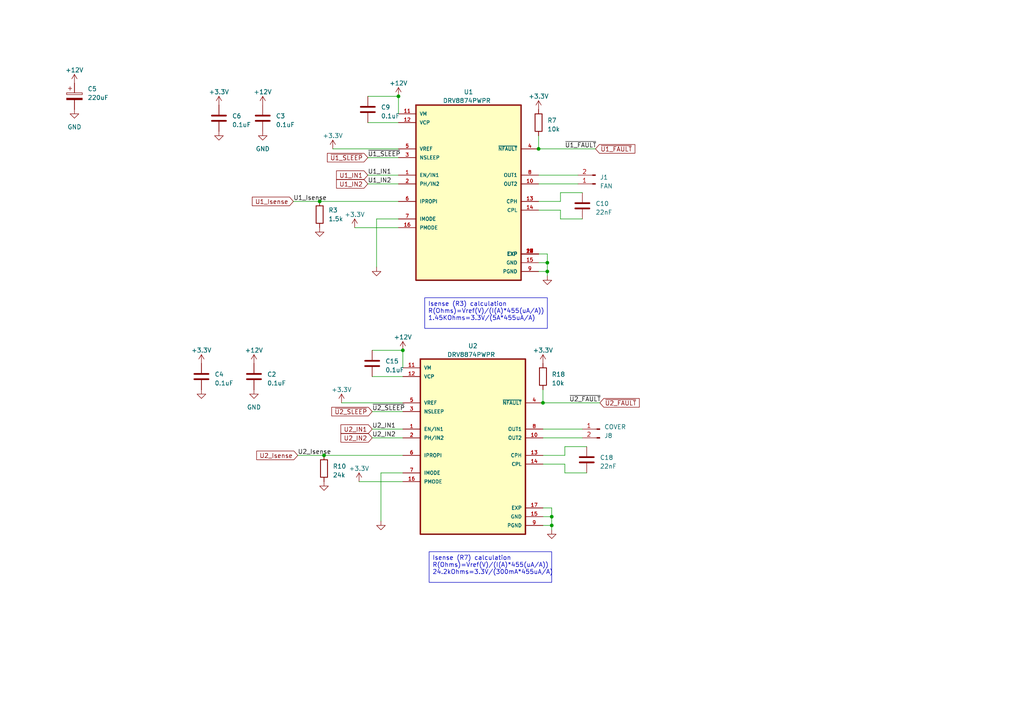
<source format=kicad_sch>
(kicad_sch (version 20230121) (generator eeschema)
  (paper "A4")
  (lib_symbols
    (symbol "Connector:Conn_01x02_Pin" (pin_names (offset 1.016) hide)
      (property "Reference" "J" (at 0 2.54 0))
      (property "Value" "Conn_01x02_Pin" (at 0 -5.08 0))
      (symbol "Conn_01x02_Pin_1_1"
        (polyline (pts (xy 1.27 -2.54) (xy 0.8636 -2.54)) (stroke (width 0.1524)))
        (polyline (pts (xy 1.27 0) (xy 0.8636 0)) (stroke (width 0.1524)))
        (rectangle (start 0.8636 -2.413) (end 0 -2.667) (stroke (width 0.1524)) (fill (type outline)))
        (rectangle (start 0.8636 0.127) (end 0 -0.127) (stroke (width 0.1524)) (fill (type outline)))
        (pin passive line (at 5.08 0 180) (length 3.81) (name "Pin_1") (number "1"))
        (pin passive line (at 5.08 -2.54 180) (length 3.81) (name "Pin_2") (number "2"))
      )
    )
    (symbol "DRV8876:DRV8876PWPT" (pin_names (offset 1.016))
      (property "Reference" "U" (at -15.24 26.4 0))
      (property "Value" "DRV8876PWPT" (at -15.24 -29.4 0))
      (symbol "DRV8876PWPT_0_0"
        (rectangle (start -15.24 -25.4) (end 15.24 25.4) (stroke (width 0.41)) (fill (type background)))
        (pin input line (at -20.32 5.08 0) (length 5.08) (name "EN/IN1") (number "1"))
        (pin output line (at 20.32 2.54 180) (length 5.08) (name "OUT2") (number "10"))
        (pin power_in line (at -20.32 22.86 0) (length 5.08) (name "VM") (number "11"))
        (pin power_in line (at -20.32 20.32 0) (length 5.08) (name "VCP") (number "12"))
        (pin bidirectional line (at 20.32 -2.54 180) (length 5.08) (name "CPH") (number "13"))
        (pin bidirectional line (at 20.32 -5.08 180) (length 5.08) (name "CPL") (number "14"))
        (pin power_in line (at 20.32 -20.32 180) (length 5.08) (name "GND") (number "15"))
        (pin input line (at -20.32 -10.16 0) (length 5.08) (name "PMODE") (number "16"))
        (pin passive line (at 20.32 -17.78 180) (length 5.08) (name "EXP") (number "17"))
        (pin input line (at -20.32 2.54 0) (length 5.08) (name "PH/IN2") (number "2"))
        (pin input line (at -20.32 10.16 0) (length 5.08) (name "NSLEEP") (number "3"))
        (pin output line (at 20.32 12.7 180) (length 5.08) (name "~{NFAULT}") (number "4"))
        (pin input line (at -20.32 12.7 0) (length 5.08) (name "VREF") (number "5"))
        (pin output line (at -20.32 -2.54 0) (length 5.08) (name "IPROPI") (number "6"))
        (pin input line (at -20.32 -7.62 0) (length 5.08) (name "IMODE") (number "7"))
        (pin output line (at 20.32 5.08 180) (length 5.08) (name "OUT1") (number "8"))
        (pin power_in line (at 20.32 -22.86 180) (length 5.08) (name "PGND") (number "9"))
      )
    )
    (symbol "DRV8876PWPT_1" (pin_names (offset 1.016))
      (property "Reference" "U1" (at 0 29.21 0))
      (property "Value" "DRV8874PWPR " (at 0 26.67 0))
      (symbol "DRV8876PWPT_1_0_0"
        (rectangle (start -15.24 -25.4) (end 15.24 25.4) (stroke (width 0.41)) (fill (type background)))
        (pin input line (at -20.32 5.08 0) (length 5.08) (name "EN/IN1") (number "1"))
        (pin output line (at 20.32 2.54 180) (length 5.08) (name "OUT2") (number "10"))
        (pin power_in line (at -20.32 22.86 0) (length 5.08) (name "VM") (number "11"))
        (pin power_in line (at -20.32 20.32 0) (length 5.08) (name "VCP") (number "12"))
        (pin bidirectional line (at 20.32 -2.54 180) (length 5.08) (name "CPH") (number "13"))
        (pin bidirectional line (at 20.32 -5.08 180) (length 5.08) (name "CPL") (number "14"))
        (pin power_in line (at 20.32 -20.32 180) (length 5.08) (name "GND") (number "15"))
        (pin input line (at -20.32 -10.16 0) (length 5.08) (name "PMODE") (number "16"))
        (pin passive line (at 20.32 -17.78 180) (length 5.08) (name "EXP") (number "17"))
        (pin input line (at -20.32 2.54 0) (length 5.08) (name "PH/IN2") (number "2"))
        (pin input line (at -20.32 10.16 0) (length 5.08) (name "NSLEEP") (number "3"))
        (pin output line (at 20.32 12.7 180) (length 5.08) (name "~{NFAULT}") (number "4"))
        (pin input line (at -20.32 12.7 0) (length 5.08) (name "VREF") (number "5"))
        (pin output line (at -20.32 -2.54 0) (length 5.08) (name "IPROPI") (number "6"))
        (pin input line (at -20.32 -7.62 0) (length 5.08) (name "IMODE") (number "7"))
        (pin output line (at 20.32 5.08 180) (length 5.08) (name "OUT1") (number "8"))
        (pin power_in line (at 20.32 -22.86 180) (length 5.08) (name "PGND") (number "9"))
      )
      (symbol "DRV8876PWPT_1_1_0"
        (pin passive line (at 20.32 -17.78 180) (length 5.08) (name "EXP") (number "18"))
        (pin passive line (at 20.32 -17.78 180) (length 5.08) (name "EXP") (number "19"))
        (pin passive line (at 20.32 -17.78 180) (length 5.08) (name "EXP") (number "20"))
        (pin passive line (at 20.32 -17.78 180) (length 5.08) (name "EXP") (number "21"))
        (pin passive line (at 20.32 -17.78 180) (length 5.08) (name "EXP") (number "22"))
        (pin passive line (at 20.32 -17.78 180) (length 5.08) (name "EXP") (number "23"))
        (pin passive line (at 20.32 -17.78 180) (length 5.08) (name "EXP") (number "24"))
        (pin passive line (at 20.32 -17.78 180) (length 5.08) (name "EXP") (number "25"))
        (pin passive line (at 20.32 -17.78 180) (length 5.08) (name "EXP") (number "26"))
        (pin passive line (at 20.32 -17.78 180) (length 5.08) (name "EXP") (number "27"))
        (pin passive line (at 20.32 -17.78 180) (length 5.08) (name "EXP") (number "28"))
        (pin passive line (at 20.32 -17.78 180) (length 5.08) (name "EXP") (number "29"))
      )
    )
    (symbol "Device:C" (pin_numbers hide) (pin_names (offset 0.254))
      (property "Reference" "C" (at 0.635 2.54 0))
      (property "Value" "C" (at 0.635 -2.54 0))
      (symbol "C_0_1"
        (polyline (pts (xy -2.032 -0.762) (xy 2.032 -0.762)) (stroke (width 0.508)))
        (polyline (pts (xy -2.032 0.762) (xy 2.032 0.762)) (stroke (width 0.508)))
      )
      (symbol "C_1_1"
        (pin passive line (at 0 3.81 270) (length 2.794) (name "~") (number "1"))
        (pin passive line (at 0 -3.81 90) (length 2.794) (name "~") (number "2"))
      )
    )
    (symbol "Device:C_Polarized" (pin_numbers hide) (pin_names (offset 0.254))
      (property "Reference" "C" (at 0.635 2.54 0))
      (property "Value" "C_Polarized" (at 0.635 -2.54 0))
      (symbol "C_Polarized_0_1"
        (rectangle (start -2.286 0.508) (end 2.286 1.016))
        (polyline (pts (xy -1.778 2.286) (xy -0.762 2.286)))
        (polyline (pts (xy -1.27 2.794) (xy -1.27 1.778)))
        (rectangle (start 2.286 -0.508) (end -2.286 -1.016) (fill (type outline)))
      )
      (symbol "C_Polarized_1_1"
        (pin passive line (at 0 3.81 270) (length 2.794) (name "~") (number "1"))
        (pin passive line (at 0 -3.81 90) (length 2.794) (name "~") (number "2"))
      )
    )
    (symbol "Device:R" (pin_numbers hide) (pin_names (offset 0))
      (property "Reference" "R" (at 2.032 0 90))
      (property "Value" "R" (at 0 0 90))
      (symbol "R_0_1"
        (rectangle (start -1.016 -2.54) (end 1.016 2.54) (stroke (width 0.254)))
      )
      (symbol "R_1_1"
        (pin passive line (at 0 3.81 270) (length 1.27) (name "~") (number "1"))
        (pin passive line (at 0 -3.81 90) (length 1.27) (name "~") (number "2"))
      )
    )
    (symbol "power:+12V" (power) (pin_names (offset 0))
      (property "Value" "+12V" (at 0 3.556 0))
      (symbol "+12V_0_1"
        (polyline (pts (xy -0.762 1.27) (xy 0 2.54)))
        (polyline (pts (xy 0 0) (xy 0 2.54)))
        (polyline (pts (xy 0 2.54) (xy 0.762 1.27)))
      )
      (symbol "+12V_1_1"
        (pin power_in line (at 0 0 90) (length 0) hide (name "+12V") (number "1"))
      )
    )
    (symbol "power:+3.3V" (power) (pin_names (offset 0))
      (property "Value" "+3.3V" (at 0 3.556 0))
      (symbol "+3.3V_0_1"
        (polyline (pts (xy -0.762 1.27) (xy 0 2.54)))
        (polyline (pts (xy 0 0) (xy 0 2.54)))
        (polyline (pts (xy 0 2.54) (xy 0.762 1.27)))
      )
      (symbol "+3.3V_1_1"
        (pin power_in line (at 0 0 90) (length 0) hide (name "+3.3V") (number "1"))
      )
    )
    (symbol "power:GND" (power) (pin_names (offset 0))
      (property "Value" "GND" (at 0 -3.81 0))
      (symbol "GND_0_1"
        (polyline (pts (xy 0 0) (xy 0 -1.27) (xy 1.27 -1.27) (xy 0 -2.54) (xy -1.27 -1.27) (xy 0 -1.27)))
      )
      (symbol "GND_1_1"
        (pin power_in line (at 0 0 270) (length 0) hide (name "GND") (number "1"))
      )
    )
  )
  (junction (at 158.75 78.74))
  (junction (at 157.48 116.84))
  (junction (at 156.21 43.18))
  (junction (at 93.98 132.08))
  (junction (at 160.02 149.86))
  (junction (at 92.71 58.42))
  (junction (at 116.84 101.6))
  (junction (at 160.02 152.4))
  (junction (at 115.57 27.94))
  (junction (at 158.75 76.2))
  (wire (pts (xy 157.48 134.62) (xy 163.83 134.62)))
  (wire (pts (xy 156.21 53.34) (xy 167.64 53.34)))
  (wire (pts (xy 102.87 66.04) (xy 115.57 66.04)))
  (wire (pts (xy 106.68 27.94) (xy 115.57 27.94)))
  (wire (pts (xy 86.36 132.08) (xy 93.98 132.08)))
  (wire (pts (xy 163.83 129.54) (xy 170.18 129.54)))
  (wire (pts (xy 85.09 58.42) (xy 92.71 58.42)))
  (wire (pts (xy 107.95 101.6) (xy 116.84 101.6)))
  (wire (pts (xy 160.02 149.86) (xy 160.02 152.4)))
  (wire (pts (xy 157.48 113.03) (xy 157.48 116.84)))
  (wire (pts (xy 156.21 50.8) (xy 167.64 50.8)))
  (wire (pts (xy 163.83 137.16) (xy 170.18 137.16)))
  (wire (pts (xy 157.48 127) (xy 168.91 127)))
  (wire (pts (xy 116.84 137.16) (xy 110.49 137.16)))
  (wire (pts (xy 158.75 78.74) (xy 158.75 80.01)))
  (wire (pts (xy 116.84 101.6) (xy 116.84 106.68)))
  (wire (pts (xy 158.75 76.2) (xy 158.75 78.74)))
  (wire (pts (xy 107.95 109.22) (xy 116.84 109.22)))
  (wire (pts (xy 92.71 58.42) (xy 115.57 58.42)))
  (wire (pts (xy 162.56 58.42) (xy 162.56 55.88)))
  (wire (pts (xy 157.48 124.46) (xy 168.91 124.46)))
  (wire (pts (xy 162.56 55.88) (xy 168.91 55.88)))
  (wire (pts (xy 158.75 73.66) (xy 158.75 76.2)))
  (wire (pts (xy 104.14 139.7) (xy 116.84 139.7)))
  (wire (pts (xy 163.83 132.08) (xy 163.83 129.54)))
  (wire (pts (xy 157.48 116.84) (xy 173.99 116.84)))
  (wire (pts (xy 96.52 43.18) (xy 115.57 43.18)))
  (wire (pts (xy 156.21 73.66) (xy 158.75 73.66)))
  (wire (pts (xy 93.98 132.08) (xy 116.84 132.08)))
  (wire (pts (xy 107.95 127) (xy 116.84 127)))
  (wire (pts (xy 106.68 45.72) (xy 115.57 45.72)))
  (wire (pts (xy 115.57 63.5) (xy 109.22 63.5)))
  (wire (pts (xy 156.21 76.2) (xy 158.75 76.2)))
  (wire (pts (xy 157.48 149.86) (xy 160.02 149.86)))
  (wire (pts (xy 160.02 147.32) (xy 160.02 149.86)))
  (wire (pts (xy 156.21 39.37) (xy 156.21 43.18)))
  (wire (pts (xy 110.49 137.16) (xy 110.49 151.13)))
  (wire (pts (xy 109.22 63.5) (xy 109.22 77.47)))
  (wire (pts (xy 157.48 147.32) (xy 160.02 147.32)))
  (wire (pts (xy 107.95 124.46) (xy 116.84 124.46)))
  (wire (pts (xy 162.56 63.5) (xy 168.91 63.5)))
  (wire (pts (xy 115.57 27.94) (xy 115.57 33.02)))
  (wire (pts (xy 99.06 116.84) (xy 116.84 116.84)))
  (wire (pts (xy 106.68 50.8) (xy 115.57 50.8)))
  (wire (pts (xy 157.48 152.4) (xy 160.02 152.4)))
  (wire (pts (xy 162.56 60.96) (xy 162.56 63.5)))
  (wire (pts (xy 156.21 78.74) (xy 158.75 78.74)))
  (wire (pts (xy 107.95 119.38) (xy 116.84 119.38)))
  (wire (pts (xy 163.83 134.62) (xy 163.83 137.16)))
  (wire (pts (xy 157.48 132.08) (xy 163.83 132.08)))
  (wire (pts (xy 106.68 35.56) (xy 115.57 35.56)))
  (wire (pts (xy 156.21 58.42) (xy 162.56 58.42)))
  (wire (pts (xy 156.21 60.96) (xy 162.56 60.96)))
  (wire (pts (xy 160.02 152.4) (xy 160.02 153.67)))
  (wire (pts (xy 106.68 53.34) (xy 115.57 53.34)))
  (wire (pts (xy 156.21 43.18) (xy 172.72 43.18)))
  (text_box "Isense (R7) calculation\nR(Ohms)=Vref(V)/(I(A)*455(uA/A))\n24.2kOhms=3.3V/(300mA*455uA/A)" (at 124.46 160.02 0) (size 35.56 8.89) (effects (font (size 1.27 1.27)) (justify left top)))
  (text_box "Isense (R3) calculation\nR(Ohms)=Vref(V)/(I(A)*455(uA/A))\n1.45KOhms=3.3V/(5A*455uA/A)" (at 123.19 86.36 0) (size 35.56 8.89) (effects (font (size 1.27 1.27)) (justify left top)))
  (label "U1_Isense" (at 85.09 58.42 0))
  (label "U2_IN2" (at 107.95 127 0))
  (label "U2_IN1" (at 107.95 124.46 0))
  (label "U1_IN2" (at 106.68 53.34 0))
  (label "~{U1_SLEEP}" (at 106.68 45.72 0))
  (label "~{U1_FAULT}" (at 163.83 43.18 0))
  (label "~{U2_FAULT}" (at 165.1 116.84 0))
  (label "U2_Isense" (at 86.36 132.08 0))
  (label "U1_IN1" (at 106.68 50.8 0))
  (label "~{U2_SLEEP}" (at 107.95 119.38 0))
  (global_label "~{U1_SLEEP}" (shape input) (at 106.68 45.72 180) (property "Intersheetrefs" "${INTERSHEET_REFS}" (effects hide)))
  (global_label "U2_Isense" (shape input) (at 86.36 132.08 180) (property "Intersheetrefs" "${INTERSHEET_REFS}" (effects hide)))
  (global_label "~{U2_SLEEP}" (shape input) (at 107.95 119.38 180) (property "Intersheetrefs" "${INTERSHEET_REFS}" (effects hide)))
  (global_label "U1_Isense" (shape input) (at 85.09 58.42 180) (property "Intersheetrefs" "${INTERSHEET_REFS}" (effects hide)))
  (global_label "~{U2_FAULT}" (shape input) (at 173.99 116.84 0) (property "Intersheetrefs" "${INTERSHEET_REFS}" (effects hide)))
  (global_label "U2_IN2" (shape input) (at 107.95 127 180) (property "Intersheetrefs" "${INTERSHEET_REFS}" (effects hide)))
  (global_label "U1_IN2" (shape input) (at 106.68 53.34 180) (property "Intersheetrefs" "${INTERSHEET_REFS}" (effects hide)))
  (global_label "~{U1_FAULT}" (shape input) (at 172.72 43.18 0) (property "Intersheetrefs" "${INTERSHEET_REFS}" (effects hide)))
  (global_label "U2_IN1" (shape input) (at 107.95 124.46 180) (property "Intersheetrefs" "${INTERSHEET_REFS}" (effects hide)))
  (global_label "U1_IN1" (shape input) (at 106.68 50.8 180) (property "Intersheetrefs" "${INTERSHEET_REFS}" (effects hide)))
  (symbol (lib_name "DRV8876PWPT_1") (lib_id "DRV8876:DRV8876PWPT") (at 135.89 55.88 0) (unit 1)
    (property "Reference" "U1" (at 135.89 26.67 0))
    (property "Value" "DRV8874PWPR " (at 135.89 29.21 0))
    (property "Footprint" "DRV8876:IC_DRV8876PWPT" (effects hide))
    (property "PARTREV" "E" (effects hide))
    (property "MANUFACTURER" "Texas Instruments" (effects hide))
    (property "PACKAGE" "HTSSOP-16 Texas Instruments" (effects hide))
    (property "MAXIMUM_PACKAGE_HEIGHT" "1.2mm" (effects hide))
    (property "STANDARD" "Manufacturer Recommendations" (effects hide))
    (property "LCSC Part #" "C1855818" (effects hide))
  )
  (symbol (lib_id "power:GND") (at 92.71 66.04 0) (unit 1)
    (property "Reference" "#PWR04" (effects hide))
    (property "Value" "GND" (effects hide))
    (instances (project "RV_Fan" (path "" (reference "#PWR04") (unit 1)) (path "" (reference "#PWR02") (unit 1))))
  )
  (symbol (lib_id "Device:C") (at 107.95 105.41 0) (unit 1)
    (property "Reference" "C15" (at 111.76 104.775 0) (effects (justify left)))
    (property "Value" "0.1uF" (at 111.76 107.315 0) (effects (justify left)))
    (property "Footprint" "Capacitor_SMD:C_0603_1608Metric" (effects hide))
    (instances (project "RV_Fan" (path "" (reference "C15") (unit 1)) (path "" (reference "C8") (unit 1))))
  )
  (symbol (lib_id "Device:R") (at 157.48 109.22 0) (unit 1)
    (property "Reference" "R18" (at 160.02 108.585 0) (effects (justify left)))
    (property "Value" "10k" (at 160.02 111.125 0) (effects (justify left)))
    (property "Footprint" "Resistor_SMD:R_0603_1608Metric" (effects hide))
    (instances (project "RV_Fan" (path "" (reference "R18") (unit 1)) (path "" (reference "R10") (unit 1))))
  )
  (symbol (lib_id "power:+3.3V") (at 58.42 105.41 0) (unit 1)
    (property "Reference" "#PWR040" (effects hide))
    (property "Value" "+3.3V" (at 58.42 101.6 0))
  )
  (symbol (lib_id "Device:R") (at 92.71 62.23 0) (unit 1)
    (property "Reference" "R3" (at 95.25 60.96 0) (effects (justify left)))
    (property "Value" "1.5k" (at 95.25 63.5 0) (effects (justify left)))
    (property "Footprint" "Resistor_SMD:R_0603_1608Metric" (effects hide))
  )
  (symbol (lib_id "Device:C") (at 106.68 31.75 0) (unit 1)
    (property "Reference" "C9" (at 110.49 31.115 0) (effects (justify left)))
    (property "Value" "0.1uF" (at 110.49 33.655 0) (effects (justify left)))
    (property "Footprint" "Capacitor_SMD:C_0603_1608Metric" (effects hide))
    (instances (project "RV_Fan" (path "" (reference "C9") (unit 1)) (path "" (reference "C7") (unit 1))))
  )
  (symbol (lib_id "Device:R") (at 93.98 135.89 0) (unit 1)
    (property "Reference" "R10" (at 96.52 135.255 0) (effects (justify left)))
    (property "Value" "24k" (at 96.52 137.795 0) (effects (justify left)))
    (property "Footprint" "Resistor_SMD:R_0603_1608Metric" (effects hide))
    (instances (project "RV_Fan" (path "" (reference "R10") (unit 1)) (path "" (reference "R7") (unit 1))))
  )
  (symbol (lib_id "power:+12V") (at 116.84 101.6 0) (unit 1)
    (property "Reference" "#PWR048" (effects hide))
    (property "Value" "+12V" (at 116.84 97.79 0))
    (instances (project "RV_Fan" (path "" (reference "#PWR048") (unit 1)) (path "" (reference "#PWR028") (unit 1))))
  )
  (symbol (lib_id "power:GND") (at 73.66 113.03 0) (unit 1)
    (property "Reference" "#PWR017" (effects hide))
    (property "Value" "GND" (at 73.66 118.11 0))
  )
  (symbol (lib_id "power:+12V") (at 115.57 27.94 0) (unit 1)
    (property "Reference" "#PWR012" (effects hide))
    (property "Value" "+12V" (at 115.57 24.13 0))
    (instances (project "RV_Fan" (path "" (reference "#PWR012") (unit 1)) (path "" (reference "#PWR018") (unit 1))))
  )
  (symbol (lib_id "Device:C") (at 168.91 59.69 0) (unit 1)
    (property "Reference" "C10" (at 172.72 59.055 0) (effects (justify left)))
    (property "Value" "22nF" (at 172.72 61.595 0) (effects (justify left)))
    (property "Footprint" "Capacitor_SMD:C_0603_1608Metric" (effects hide))
    (property "LCSC Part #" "C21122" (effects hide))
    (instances (project "RV_Fan" (path "" (reference "C10") (unit 1)) (path "" (reference "C9") (unit 1))))
  )
  (symbol (lib_id "Device:C") (at 73.66 109.22 0) (unit 1)
    (property "Reference" "C2" (at 77.47 108.585 0) (effects (justify left)))
    (property "Value" "0.1uF" (at 77.47 111.125 0) (effects (justify left)))
    (property "Footprint" "Capacitor_SMD:C_0603_1608Metric" (effects hide))
  )
  (symbol (lib_id "power:+12V") (at 21.59 24.13 0) (unit 1)
    (property "Reference" "#PWR029" (effects hide))
    (property "Value" "+12V" (at 21.59 20.32 0))
  )
  (symbol (lib_id "power:GND") (at 21.59 31.75 0) (unit 1)
    (property "Reference" "#PWR032" (effects hide))
    (property "Value" "GND" (at 21.59 36.83 0))
  )
  (symbol (lib_id "power:+3.3V") (at 157.48 105.41 0) (unit 1)
    (property "Reference" "#PWR052" (effects hide))
    (property "Value" "+3.3V" (at 157.48 101.6 0))
    (instances (project "RV_Fan" (path "" (reference "#PWR052") (unit 1)) (path "" (reference "#PWR047") (unit 1))))
  )
  (symbol (lib_id "power:GND") (at 63.5 38.1 0) (unit 1)
    (property "Reference" "#PWR050" (effects hide))
    (property "Value" "GND" (effects hide))
  )
  (symbol (lib_id "Device:C") (at 170.18 133.35 0) (unit 1)
    (property "Reference" "C18" (at 173.99 132.715 0) (effects (justify left)))
    (property "Value" "22nF" (at 173.99 135.255 0) (effects (justify left)))
    (property "Footprint" "Capacitor_SMD:C_0603_1608Metric" (effects hide))
    (property "LCSC Part #" "C21122" (effects hide))
    (instances (project "RV_Fan" (path "" (reference "C18") (unit 1)) (path "" (reference "C10") (unit 1))))
  )
  (symbol (lib_id "power:+3.3V") (at 63.5 30.48 0) (unit 1)
    (property "Reference" "#PWR049" (effects hide))
    (property "Value" "+3.3V" (at 63.5 26.67 0))
  )
  (symbol (lib_id "power:GND") (at 160.02 153.67 0) (unit 1)
    (property "Reference" "#PWR053" (effects hide))
    (property "Value" "GND" (effects hide))
    (instances (project "RV_Fan" (path "" (reference "#PWR053") (unit 1)) (path "" (reference "#PWR051") (unit 1))))
  )
  (symbol (lib_id "Device:C") (at 58.42 109.22 0) (unit 1)
    (property "Reference" "C4" (at 62.23 108.585 0) (effects (justify left)))
    (property "Value" "0.1uF" (at 62.23 111.125 0) (effects (justify left)))
    (property "Footprint" "Capacitor_SMD:C_0603_1608Metric" (effects hide))
  )
  (symbol (lib_id "Device:C") (at 76.2 34.29 0) (unit 1)
    (property "Reference" "C3" (at 80.01 33.655 0) (effects (justify left)))
    (property "Value" "0.1uF" (at 80.01 36.195 0) (effects (justify left)))
    (property "Footprint" "Capacitor_SMD:C_0603_1608Metric" (effects hide))
  )
  (symbol (lib_id "Device:R") (at 156.21 35.56 0) (unit 1)
    (property "Reference" "R7" (at 158.75 34.925 0) (effects (justify left)))
    (property "Value" "10k" (at 158.75 37.465 0) (effects (justify left)))
    (property "Footprint" "Resistor_SMD:R_0603_1608Metric" (effects hide))
    (instances (project "RV_Fan" (path "" (reference "R7") (unit 1)) (path "" (reference "R9") (unit 1))))
  )
  (symbol (lib_id "power:GND") (at 110.49 151.13 0) (unit 1)
    (property "Reference" "#PWR047" (effects hide))
    (property "Value" "GND" (effects hide))
    (instances (project "RV_Fan" (path "" (reference "#PWR047") (unit 1)) (path "" (reference "#PWR014") (unit 1))))
  )
  (symbol (lib_id "power:+3.3V") (at 104.14 139.7 0) (unit 1)
    (property "Reference" "#PWR041" (effects hide))
    (property "Value" "+3.3V" (at 104.14 135.89 0))
    (instances (project "RV_Fan" (path "" (reference "#PWR041") (unit 1)) (path "" (reference "#PWR012") (unit 1))))
  )
  (symbol (lib_id "power:+3.3V") (at 156.21 31.75 0) (unit 1)
    (property "Reference" "#PWR013" (effects hide))
    (property "Value" "+3.3V" (at 156.21 27.94 0))
    (instances (project "RV_Fan" (path "" (reference "#PWR013") (unit 1)) (path "" (reference "#PWR041") (unit 1))))
  )
  (symbol (lib_id "power:GND") (at 76.2 38.1 0) (unit 1)
    (property "Reference" "#PWR010" (effects hide))
    (property "Value" "GND" (at 76.2 43.18 0))
  )
  (symbol (lib_id "Device:C") (at 63.5 34.29 0) (unit 1)
    (property "Reference" "C6" (at 67.31 33.655 0) (effects (justify left)))
    (property "Value" "0.1uF" (at 67.31 36.195 0) (effects (justify left)))
    (property "Footprint" "Capacitor_SMD:C_0603_1608Metric" (effects hide))
  )
  (symbol (lib_id "power:+12V") (at 73.66 105.41 0) (unit 1)
    (property "Reference" "#PWR01" (effects hide))
    (property "Value" "+12V" (at 73.66 101.6 0))
  )
  (symbol (lib_id "power:+3.3V") (at 99.06 116.84 0) (unit 1)
    (property "Reference" "#PWR03" (effects hide))
    (property "Value" "+3.3V" (at 99.06 113.03 0))
    (instances (project "RV_Fan" (path "" (reference "#PWR03") (unit 1)) (path "" (reference "#PWR06") (unit 1))))
  )
  (symbol (lib_id "Connector:Conn_01x02_Pin") (at 173.99 124.46 0) (mirror y) (unit 1)
    (property "Reference" "J8" (at 175.26 126.365 0) (effects (justify right)))
    (property "Value" "COVER" (at 175.26 123.825 0) (effects (justify right)))
    (property "Footprint" "Connector_JST:JST_XH_B2B-XH-A_1x02_P2.50mm_Vertical" (effects hide))
  )
  (symbol (lib_id "power:GND") (at 109.22 77.47 0) (unit 1)
    (property "Reference" "#PWR011" (effects hide))
    (property "Value" "GND" (effects hide))
    (instances (project "RV_Fan" (path "" (reference "#PWR011") (unit 1)) (path "" (reference "#PWR013") (unit 1))))
  )
  (symbol (lib_id "Connector:Conn_01x02_Pin") (at 172.72 53.34 180) (unit 1)
    (property "Reference" "J1" (at 173.99 51.435 0) (effects (justify right)))
    (property "Value" "FAN" (at 173.99 53.975 0) (effects (justify right)))
    (property "Footprint" "Connector_Phoenix_MSTB:PhoenixContact_MSTBVA_2,5_2-G-5,08_1x02_P5.08mm_Vertical" (effects hide))
  )
  (symbol (lib_id "DRV8876:DRV8876PWPT") (at 137.16 129.54 0) (unit 1)
    (property "Reference" "U2" (at 137.16 100.33 0))
    (property "Value" "DRV8874PWPR " (at 137.16 102.87 0))
    (property "Footprint" "DRV8876:IC_DRV8876PWPT" (effects hide))
    (property "PARTREV" "E" (effects hide))
    (property "MANUFACTURER" "Texas Instruments" (effects hide))
    (property "PACKAGE" "HTSSOP-16 Texas Instruments" (effects hide))
    (property "MAXIMUM_PACKAGE_HEIGHT" "1.2mm" (effects hide))
    (property "STANDARD" "Manufacturer Recommendations" (effects hide))
    (property "LCSC Part #" "C1855818" (effects hide))
  )
  (symbol (lib_id "power:GND") (at 93.98 139.7 0) (unit 1)
    (property "Reference" "#PWR018" (effects hide))
    (property "Value" "GND" (effects hide))
    (instances (project "RV_Fan" (path "" (reference "#PWR018") (unit 1)) (path "" (reference "#PWR03") (unit 1))))
  )
  (symbol (lib_id "power:+12V") (at 76.2 30.48 0) (unit 1)
    (property "Reference" "#PWR09" (effects hide))
    (property "Value" "+12V" (at 76.2 26.67 0))
  )
  (symbol (lib_id "power:GND") (at 58.42 113.03 0) (unit 1)
    (property "Reference" "#PWR046" (effects hide))
    (property "Value" "GND" (effects hide))
  )
  (symbol (lib_id "Device:C_Polarized") (at 21.59 27.94 0) (unit 1)
    (property "Reference" "C5" (at 25.4 25.781 0) (effects (justify left)))
    (property "Value" "220uF" (at 25.4 28.321 0) (effects (justify left)))
    (property "Footprint" "Capacitor_THT:CP_Radial_D8.0mm_P3.50mm" (effects hide))
  )
  (symbol (lib_id "power:+3.3V") (at 96.52 43.18 0) (unit 1)
    (property "Reference" "#PWR02" (effects hide))
    (property "Value" "+3.3V" (at 96.52 39.37 0))
    (instances (project "RV_Fan" (path "" (reference "#PWR02") (unit 1)) (path "" (reference "#PWR04") (unit 1))))
  )
  (symbol (lib_id "power:GND") (at 158.75 80.01 0) (unit 1)
    (property "Reference" "#PWR014" (effects hide))
    (property "Value" "GND" (effects hide))
    (instances (project "RV_Fan" (path "" (reference "#PWR014") (unit 1)) (path "" (reference "#PWR048") (unit 1))))
  )
  (symbol (lib_id "power:+3.3V") (at 102.87 66.04 0) (unit 1)
    (property "Reference" "#PWR06" (effects hide))
    (property "Value" "+3.3V" (at 102.87 62.23 0))
    (instances (project "RV_Fan" (path "" (reference "#PWR06") (unit 1)) (path "" (reference "#PWR011") (unit 1))))
  )
)
</source>
